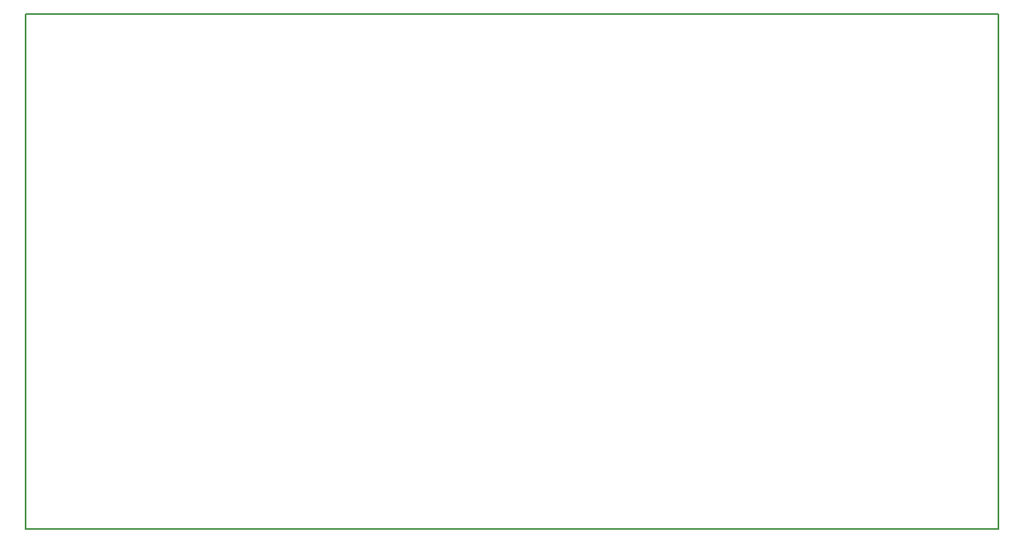
<source format=gbo>
G04 MADE WITH FRITZING*
G04 WWW.FRITZING.ORG*
G04 DOUBLE SIDED*
G04 HOLES PLATED*
G04 CONTOUR ON CENTER OF CONTOUR VECTOR*
%ASAXBY*%
%FSLAX23Y23*%
%MOIN*%
%OFA0B0*%
%SFA1.0B1.0*%
%ADD10R,3.937010X2.088890X3.921010X2.072890*%
%ADD11C,0.008000*%
%LNSILK0*%
G90*
G70*
G54D11*
X4Y2085D02*
X3933Y2085D01*
X3933Y4D01*
X4Y4D01*
X4Y2085D01*
D02*
G04 End of Silk0*
M02*
</source>
